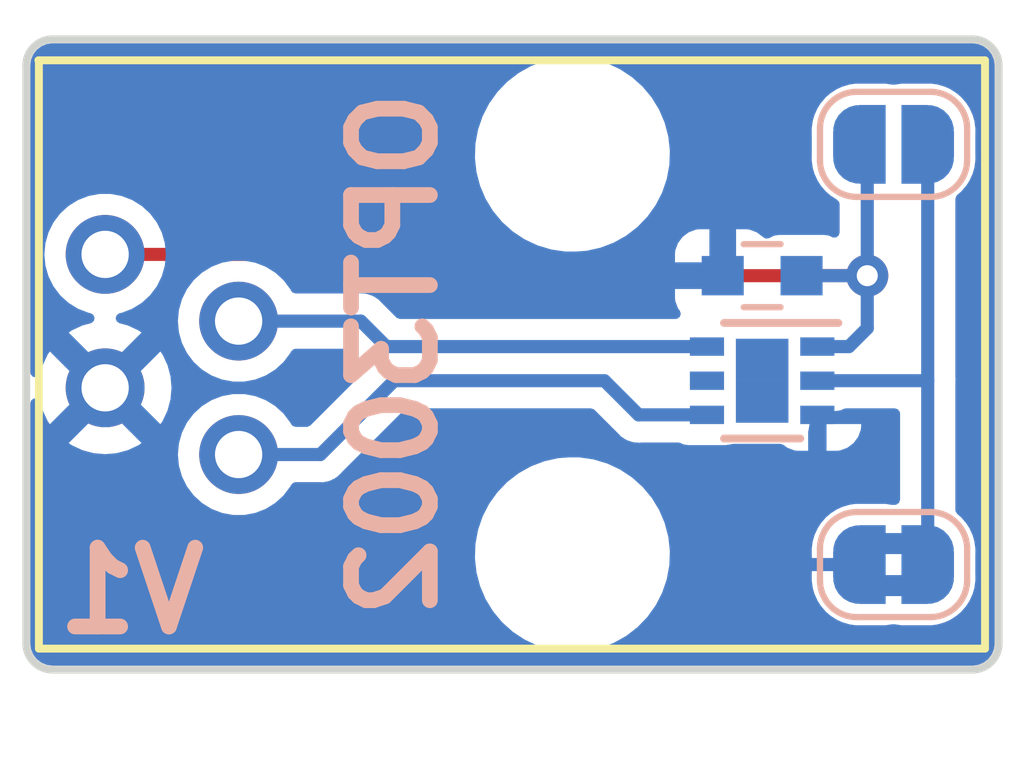
<source format=kicad_pcb>
(kicad_pcb (version 20221018) (generator pcbnew)
  (title_block (title "BME280 Peripheral") (date "2018-09-13") (rev "1") (company "Alex M."))
  (layers (0 "F.Cu" signal) (31 "B.Cu" signal) (34 "B.Paste" user) (35 "F.Paste" user) (36 "B.SilkS" user "B.Silkscreen") (37 "F.SilkS" user "F.Silkscreen") (38 "B.Mask" user) (39 "F.Mask" user) (44 "Edge.Cuts" user))
  (net 0 "")
  (net 1 "+3V3")
  (net 2 "GND")
  (net 3 "SDA")
  (net 4 "SCL")
  (net 5 "Net-(J1-Pad2)")
  (footprint "AlexComponents:A-2004-3-4-LP-N-R" (layer "F.Cu") (at 136 109.5 90)
    (fp_text reference "X1" hide)
    (fp_text value "RJ22")
    (fp_line (start -5.6 -1.26) (end 5.6 -1.26) (stroke (width 0.15)) (layer "F.SilkS"))
    (fp_line (start -5.6 16.74) (end -5.6 -1.26) (stroke (width 0.15)) (layer "F.SilkS"))
    (fp_line (start -5.6 16.74) (end 5.6 16.74) (stroke (width 0.15)) (layer "F.SilkS"))
    (fp_line (start 5.6 -1.27) (end 5.6 16.74) (stroke (width 0.15)) (layer "F.SilkS"))
    (pad "" np_thru_hole circle (at -3.81 8.89 90) (size 3.2 3.2) (drill 3.2) (layers "*.Cu" "*.Mask"))
    (pad "" np_thru_hole circle (at 3.81 8.89 90) (size 3.2 3.2) (drill 3.2) (layers "*.Cu" "*.Mask"))
    (pad "1" thru_hole circle (at -1.905 2.54 90) (size 1.5 1.5) (drill 0.9) (layers "*.Cu" "*.Mask") (net 4 "SCL"))
    (pad "2" thru_hole circle (at -0.635 0 90) (size 1.5 1.5) (drill 0.9) (layers "*.Cu" "*.Mask") (net 2 "GND"))
    (pad "3" thru_hole circle (at 0.635 2.54 90) (size 1.5 1.5) (drill 0.9) (layers "*.Cu" "*.Mask") (net 3 "SDA"))
    (pad "4" thru_hole circle (at 1.905 0 90) (size 1.5 1.5) (drill 0.9) (layers "*.Cu" "*.Mask") (net 1 "+3V3"))
  )
  (footprint "Jumper:SolderJumper-2_P1.3mm_Open_RoundedPad1.0x1.5mm" (layer "B.Cu") (at 151 105.5)
    (fp_text reference "J1" hide)
    (fp_text value "NO")
    (fp_line (start -1.4 -0.3) (end -1.4 0.3) (stroke (width 0.12)) (layer "B.SilkS"))
    (fp_line (start -0.7 1) (end 0.7 1) (stroke (width 0.12)) (layer "B.SilkS"))
    (fp_line (start 0.7 -1) (end -0.7 -1) (stroke (width 0.12)) (layer "B.SilkS"))
    (fp_line (start 1.4 0.3) (end 1.4 -0.3) (stroke (width 0.12)) (layer "B.SilkS"))
    (fp_arc (start -1.4 -0.3) (mid -1.194975 -0.794975) (end -0.7 -1) (stroke (width 0.12)) (layer "B.SilkS"))
    (fp_arc (start -0.7 1) (mid -1.194975 0.794975) (end -1.4 0.3) (stroke (width 0.12)) (layer "B.SilkS"))
    (fp_arc (start 0.7 -1) (mid 1.194975 -0.794975) (end 1.4 -0.3) (stroke (width 0.12)) (layer "B.SilkS"))
    (fp_arc (start 1.4 0.3) (mid 1.194975 0.794975) (end 0.7 1) (stroke (width 0.12)) (layer "B.SilkS"))
    (pad "1" smd custom (at -0.65 0) (size 1 0.5) (layers "B.Cu" "B.Mask") (net 1 "+3V3") (options (clearance outline) (anchor rect)) (primitives (gr_circle (center 0 -0.25) (end 0.5 -0.25) (width 0) (fill yes)) (gr_circle (center 0 0.25) (end 0.5 0.25) (width 0) (fill yes)) (gr_poly (pts (xy 0 0.75) (xy 0.5 0.75) (xy 0.5 -0.75) (xy 0 -0.75)) (width 0) (fill yes))))
    (pad "2" smd custom (at 0.65 0) (size 1 0.5) (layers "B.Cu" "B.Mask") (net 5 "Net-(J1-Pad2)") (options (clearance outline) (anchor rect)) (primitives (gr_circle (center 0 -0.25) (end 0.5 -0.25) (width 0) (fill yes)) (gr_circle (center 0 0.25) (end 0.5 0.25) (width 0) (fill yes)) (gr_poly (pts (xy 0 0.75) (xy -0.5 0.75) (xy -0.5 -0.75) (xy 0 -0.75)) (width 0) (fill yes))))
  )
  (footprint "Jumper:SolderJumper-2_P1.3mm_Bridged2Bar_RoundedPad1.0x1.5mm" (layer "B.Cu") (at 151 113.5)
    (fp_text reference "J2" hide)
    (fp_text value "NC")
    (fp_line (start -1.4 -0.3) (end -1.4 0.3) (stroke (width 0.12)) (layer "B.SilkS"))
    (fp_line (start -0.7 1) (end 0.7 1) (stroke (width 0.12)) (layer "B.SilkS"))
    (fp_line (start 0.7 -1) (end -0.7 -1) (stroke (width 0.12)) (layer "B.SilkS"))
    (fp_line (start 1.4 0.3) (end 1.4 -0.3) (stroke (width 0.12)) (layer "B.SilkS"))
    (fp_arc (start -1.4 -0.3) (mid -1.194975 -0.794975) (end -0.7 -1) (stroke (width 0.12)) (layer "B.SilkS"))
    (fp_arc (start -0.7 1) (mid -1.194975 0.794975) (end -1.4 0.3) (stroke (width 0.12)) (layer "B.SilkS"))
    (fp_arc (start 0.7 -1) (mid 1.194975 -0.794975) (end 1.4 -0.3) (stroke (width 0.12)) (layer "B.SilkS"))
    (fp_arc (start 1.4 0.3) (mid 1.194975 0.794975) (end 0.7 1) (stroke (width 0.12)) (layer "B.SilkS"))
    (pad "1" smd custom (at -0.65 0) (size 1 0.5) (layers "B.Cu" "B.Mask") (net 2 "GND") (options (clearance outline) (anchor rect)) (primitives (gr_circle (center 0 -0.25) (end 0.5 -0.25) (width 0) (fill yes)) (gr_circle (center 0 0.25) (end 0.5 0.25) (width 0) (fill yes)) (gr_poly (pts (xy 0.5 -0.75) (xy 0.5 0.75) (xy 0 0.75) (xy 0 -0.75)) (width 0) (fill yes)) (gr_poly (pts (xy 0.4 -0.2) (xy 0.9 -0.2) (xy 0.9 -0.6) (xy 0.4 -0.6)) (width 0) (fill yes)) (gr_poly (pts (xy 0.4 0.6) (xy 0.9 0.6) (xy 0.9 0.2) (xy 0.4 0.2)) (width 0) (fill yes))))
    (pad "2" smd custom (at 0.65 0) (size 1 0.5) (layers "B.Cu" "B.Mask") (net 5 "Net-(J1-Pad2)") (options (clearance outline) (anchor rect)) (primitives (gr_circle (center 0 -0.25) (end 0.5 -0.25) (width 0) (fill yes)) (gr_circle (center 0 0.25) (end 0.5 0.25) (width 0) (fill yes)) (gr_poly (pts (xy -0.5 -0.75) (xy -0.5 0.75) (xy 0 0.75) (xy 0 -0.75)) (width 0) (fill yes))))
  )
  (footprint "Capacitors_SMD:C_0603" (layer "B.Cu") (at 148.5 108 180)
    (fp_text reference "C1" hide)
    (fp_text value "100u")
    (fp_line (start -0.35 0.6) (end 0.35 0.6) (stroke (width 0.12)) (layer "B.SilkS"))
    (fp_line (start 0.35 -0.6) (end -0.35 -0.6) (stroke (width 0.12)) (layer "B.SilkS"))
    (pad "1" smd rect (at -0.75 0 180) (size 0.8 0.75) (layers "B.Cu" "B.Paste" "B.Mask") (net 1 "+3V3"))
    (pad "2" smd rect (at 0.75 0 180) (size 0.8 0.75) (layers "B.Cu" "B.Paste" "B.Mask") (net 2 "GND"))
  )
  (footprint "Housings_DFN_QFN:DFN-6-1EP_2x2mm_Pitch0.65mm" (layer "B.Cu") (at 148.5 110 180)
    (fp_text reference "U1" hide)
    (fp_text value "OPT3002")
    (fp_line (start -1.45 1.1) (end 0.725 1.1) (stroke (width 0.15)) (layer "B.SilkS"))
    (fp_line (start -0.725 -1.1) (end 0.725 -1.1) (stroke (width 0.15)) (layer "B.SilkS"))
    (pad "1" smd rect (at -1.05 0.65 180) (size 0.65 0.35) (layers "B.Cu" "B.Paste" "B.Mask") (net 1 "+3V3"))
    (pad "2" smd rect (at -1.05 0 180) (size 0.65 0.35) (layers "B.Cu" "B.Paste" "B.Mask") (net 5 "Net-(J1-Pad2)"))
    (pad "3" smd rect (at -1.05 -0.65 180) (size 0.65 0.35) (layers "B.Cu" "B.Paste" "B.Mask") (net 2 "GND"))
    (pad "4" smd rect (at 1.05 -0.65 180) (size 0.65 0.35) (layers "B.Cu" "B.Paste" "B.Mask") (net 4 "SCL"))
    (pad "5" smd rect (at 1.05 0 180) (size 0.65 0.35) (layers "B.Cu" "B.Paste" "B.Mask"))
    (pad "6" smd rect (at 1.05 0.65 180) (size 0.65 0.35) (layers "B.Cu" "B.Paste" "B.Mask") (net 3 "SDA"))
    (pad "7" smd rect (at 0 -0.4 180) (size 1 0.8) (layers "B.Cu" "B.Paste" "B.Mask"))
    (pad "7" smd rect (at 0 0.4 180) (size 1 0.8) (layers "B.Cu" "B.Paste" "B.Mask"))
  )
  (gr_arc (start 152.5 103.5) (mid 152.853553 103.646447) (end 153 104) (stroke (width 0.15)) (layer "Edge.Cuts"))
  (gr_arc (start 134.5 104) (mid 134.646447 103.646447) (end 135 103.5) (stroke (width 0.15)) (layer "Edge.Cuts"))
  (gr_line (start 152.5 115.5) (end 135 115.5) (stroke (width 0.15)) (layer "Edge.Cuts"))
  (gr_arc (start 153 115) (mid 152.853553 115.353553) (end 152.5 115.5) (stroke (width 0.15)) (layer "Edge.Cuts"))
  (gr_line (start 134.5 115) (end 134.5 104) (stroke (width 0.15)) (layer "Edge.Cuts"))
  (gr_line (start 153 104) (end 153 115) (stroke (width 0.15)) (layer "Edge.Cuts"))
  (gr_arc (start 135 115.5) (mid 134.646447 115.353553) (end 134.5 115) (stroke (width 0.15)) (layer "Edge.Cuts"))
  (gr_line (start 135 103.5) (end 152.5 103.5) (stroke (width 0.15)) (layer "Edge.Cuts"))
  (gr_text "OPT3002" (at 141.5 109.5 90) (layer "B.SilkS") (effects (font (size 1.5 1.5) (thickness 0.3)) (justify mirror)))
  (gr_text "V1" (at 136.5 114) (layer "B.SilkS") (effects (font (size 1.5 1.5) (thickness 0.3)) (justify mirror)))
  (segment (start 141.595 107.595) (end 136 107.595) (width 0.25) (layer "F.Cu") (net 1))
  (segment (start 142 108) (end 141.595 107.595) (width 0.25) (layer "F.Cu") (net 1))
  (segment (start 150.5 108) (end 142 108) (width 0.25) (layer "F.Cu") (net 1))
  (via (at 150.5 108) (size 0.8) (drill 0.4) (layers "F.Cu" "B.Cu") (net 1))
  (segment (start 149.55 109.35) (end 150.15 109.35) (width 0.25) (layer "B.Cu") (net 1))
  (segment (start 150.5 108) (end 150.5 105.65) (width 0.25) (layer "B.Cu") (net 1))
  (segment (start 150.5 105.65) (end 150.35 105.5) (width 0.25) (layer "B.Cu") (net 1))
  (segment (start 150.5 109) (end 150.5 108) (width 0.25) (layer "B.Cu") (net 1))
  (segment (start 150.15 109.35) (end 150.5 109) (width 0.25) (layer "B.Cu") (net 1))
  (segment (start 150.5 108) (end 149.25 108) (width 0.25) (layer "B.Cu") (net 1))
  (segment (start 150.35 113.5) (end 148.5 113.5) (width 0.25) (layer "B.Cu") (net 2))
  (segment (start 141.35 109.35) (end 140.865 108.865) (width 0.25) (layer "B.Cu") (net 3))
  (segment (start 140.865 108.865) (end 138.54 108.865) (width 0.25) (layer "B.Cu") (net 3))
  (segment (start 147.45 109.35) (end 141.35 109.35) (width 0.25) (layer "B.Cu") (net 3))
  (segment (start 146.15 110.65) (end 145.5 110) (width 0.25) (layer "B.Cu") (net 4))
  (segment (start 138.54 111.405) (end 140.095 111.405) (width 0.25) (layer "B.Cu") (net 4))
  (segment (start 140.095 111.405) (end 141.5 110) (width 0.25) (layer "B.Cu") (net 4))
  (segment (start 145.5 110) (end 141.5 110) (width 0.25) (layer "B.Cu") (net 4))
  (segment (start 147.45 110.65) (end 146.15 110.65) (width 0.25) (layer "B.Cu") (net 4))
  (segment (start 151.65 110) (end 151.65 113.5) (width 0.25) (layer "B.Cu") (net 5))
  (segment (start 151.65 105.5) (end 151.65 110) (width 0.25) (layer "B.Cu") (net 5))
  (segment (start 149.55 110) (end 151.65 110) (width 0.25) (layer "B.Cu") (net 5))
  (zone (net 2) (net_name "GND") (layer "B.Cu") (connect_pads (clearance 0.4)) (min_thickness 0.2) (fill yes (thermal_gap 0.508) (thermal_bridge_width 0.508))
    (polygon (pts (xy 134 116) (xy 153.5 116) (xy 153.5 103) (xy 134 103)))
  )
)
</source>
